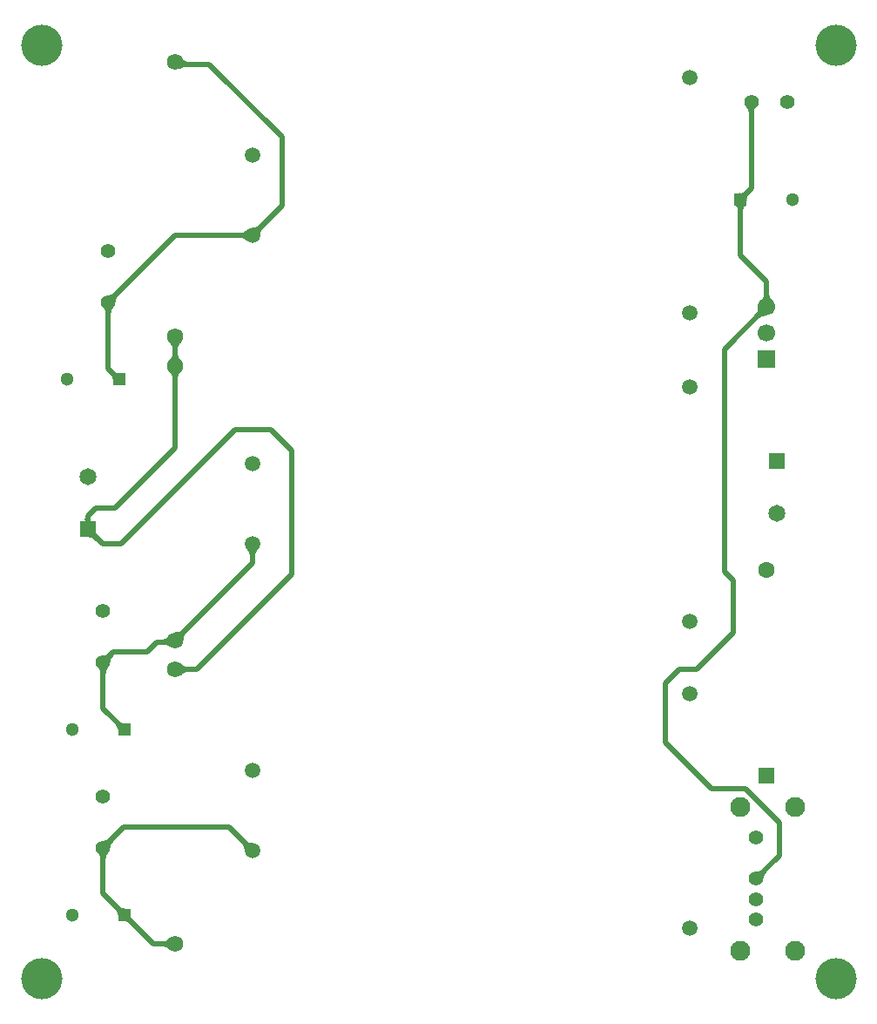
<source format=gtl>
G04*
G04 #@! TF.GenerationSoftware,Altium Limited,Altium Designer,23.4.1 (23)*
G04*
G04 Layer_Physical_Order=1*
G04 Layer_Color=255*
%FSLAX44Y44*%
%MOMM*%
G71*
G04*
G04 #@! TF.SameCoordinates,962042ED-4943-4C1F-BA74-C7D69658BEBC*
G04*
G04*
G04 #@! TF.FilePolarity,Positive*
G04*
G01*
G75*
%ADD23C,1.3000*%
%ADD24R,1.3000X1.3000*%
%ADD27C,1.6000*%
%ADD28R,1.6000X1.6000*%
%ADD29C,0.5080*%
%ADD30C,1.5000*%
%ADD31C,4.0000*%
%ADD32C,1.9500*%
%ADD33C,1.4000*%
%ADD34R,1.7000X1.7000*%
%ADD35C,1.7000*%
%ADD36C,1.5900*%
%ADD37R,1.6500X1.6500*%
%ADD38C,1.6500*%
G36*
X82932Y465670D02*
X82788Y465203D01*
Y464664D01*
X82932Y464053D01*
X83219Y463371D01*
X83651Y462616D01*
X84225Y461790D01*
X84944Y460892D01*
X86812Y458881D01*
X83219Y455288D01*
X82178Y456294D01*
X80310Y457875D01*
X79484Y458449D01*
X78729Y458881D01*
X78047Y459168D01*
X77436Y459312D01*
X76897D01*
X76431Y459168D01*
X76035Y458881D01*
X83219Y466065D01*
X82932Y465670D01*
D02*
G37*
G36*
X239735Y446604D02*
X239274Y446046D01*
X238868Y445470D01*
X238516Y444877D01*
X238218Y444266D01*
X237974Y443637D01*
X237784Y442990D01*
X237648Y442326D01*
X237567Y441643D01*
X237540Y440943D01*
X232460D01*
X232433Y441643D01*
X232352Y442326D01*
X232216Y442990D01*
X232026Y443637D01*
X231782Y444266D01*
X231484Y444877D01*
X231132Y445470D01*
X230726Y446046D01*
X230265Y446604D01*
X229750Y447144D01*
X240250D01*
X239735Y446604D01*
D02*
G37*
G36*
X170496Y365984D02*
X170004Y365449D01*
X169566Y364882D01*
X169179Y364282D01*
X168846Y363649D01*
X168565Y362983D01*
X168337Y362285D01*
X168161Y361553D01*
X168038Y360788D01*
X167967Y359990D01*
X167950Y359160D01*
X160079Y367030D01*
X160910Y367047D01*
X161708Y367118D01*
X162473Y367241D01*
X163204Y367417D01*
X163903Y367645D01*
X164569Y367926D01*
X165202Y368260D01*
X165802Y368646D01*
X166369Y369084D01*
X166904Y369576D01*
X170496Y365984D01*
D02*
G37*
G36*
X155542Y352498D02*
X154816Y352966D01*
X153375Y353753D01*
X152659Y354074D01*
X151946Y354344D01*
X151237Y354566D01*
X150531Y354738D01*
X149827Y354861D01*
X149128Y354935D01*
X148431Y354960D01*
X147338Y360040D01*
X148084Y360074D01*
X148797Y360175D01*
X149477Y360343D01*
X150125Y360578D01*
X150741Y360881D01*
X151323Y361252D01*
X151874Y361689D01*
X152392Y362194D01*
X152877Y362766D01*
X153330Y363406D01*
X155542Y352498D01*
D02*
G37*
G36*
X99378Y343286D02*
X98920Y342795D01*
X98511Y342286D01*
X98151Y341759D01*
X97840Y341214D01*
X97578Y340651D01*
X97364Y340071D01*
X97200Y339472D01*
X97084Y338856D01*
X97017Y338222D01*
X97000Y337570D01*
X90070Y344500D01*
X90722Y344518D01*
X91356Y344584D01*
X91972Y344700D01*
X92571Y344864D01*
X93151Y345078D01*
X93714Y345340D01*
X94259Y345651D01*
X94786Y346011D01*
X95295Y346420D01*
X95786Y346878D01*
X99378Y343286D01*
D02*
G37*
G36*
X94452Y332027D02*
X94050Y331532D01*
X93696Y331014D01*
X93390Y330475D01*
X93130Y329913D01*
X92918Y329330D01*
X92752Y328725D01*
X92634Y328097D01*
X92564Y327448D01*
X92540Y326777D01*
X87460D01*
X87436Y327448D01*
X87366Y328097D01*
X87248Y328725D01*
X87082Y329330D01*
X86870Y329913D01*
X86610Y330475D01*
X86304Y331014D01*
X85950Y331532D01*
X85548Y332027D01*
X85100Y332501D01*
X94900D01*
X94452Y332027D01*
D02*
G37*
G36*
X166277Y335910D02*
X166891Y335396D01*
X167519Y334942D01*
X168161Y334549D01*
X168816Y334216D01*
X169486Y333944D01*
X170169Y333732D01*
X170867Y333581D01*
X171578Y333490D01*
X172303Y333460D01*
Y328380D01*
X171578Y328350D01*
X170867Y328259D01*
X170169Y328108D01*
X169486Y327896D01*
X168816Y327624D01*
X168161Y327291D01*
X167519Y326898D01*
X166891Y326444D01*
X166277Y325930D01*
X165677Y325355D01*
Y336485D01*
X166277Y335910D01*
D02*
G37*
G36*
X104975Y281553D02*
X106847Y279966D01*
X107674Y279388D01*
X108428Y278954D01*
X109110Y278664D01*
X109720Y278517D01*
X110258Y278514D01*
X110722Y278655D01*
X111115Y278939D01*
X103961Y271785D01*
X104245Y272178D01*
X104386Y272642D01*
X104383Y273180D01*
X104236Y273790D01*
X103946Y274472D01*
X103512Y275226D01*
X102934Y276054D01*
X102212Y276953D01*
X100338Y278969D01*
X103931Y282562D01*
X104975Y281553D01*
D02*
G37*
G36*
X99378Y163286D02*
X98920Y162795D01*
X98511Y162286D01*
X98151Y161759D01*
X97840Y161214D01*
X97578Y160651D01*
X97364Y160071D01*
X97200Y159472D01*
X97084Y158856D01*
X97017Y158222D01*
X97000Y157570D01*
X90070Y164500D01*
X90722Y164517D01*
X91356Y164584D01*
X91972Y164700D01*
X92571Y164864D01*
X93151Y165078D01*
X93714Y165340D01*
X94259Y165651D01*
X94786Y166011D01*
X95295Y166420D01*
X95786Y166878D01*
X99378Y163286D01*
D02*
G37*
G36*
X229138Y163992D02*
X229678Y163567D01*
X230244Y163193D01*
X230835Y162870D01*
X231453Y162598D01*
X232096Y162376D01*
X232764Y162206D01*
X233459Y162086D01*
X234179Y162017D01*
X234925Y162000D01*
X227500Y154575D01*
X227482Y155321D01*
X227414Y156041D01*
X227294Y156736D01*
X227124Y157404D01*
X226902Y158048D01*
X226630Y158665D01*
X226307Y159256D01*
X225933Y159822D01*
X225508Y160362D01*
X225032Y160876D01*
X228624Y164468D01*
X229138Y163992D01*
D02*
G37*
G36*
X94452Y152027D02*
X94050Y151532D01*
X93696Y151014D01*
X93390Y150475D01*
X93130Y149913D01*
X92918Y149330D01*
X92752Y148725D01*
X92634Y148097D01*
X92564Y147448D01*
X92540Y146777D01*
X87460D01*
X87436Y147448D01*
X87366Y148097D01*
X87248Y148725D01*
X87082Y149330D01*
X86870Y149913D01*
X86610Y150475D01*
X86304Y151014D01*
X85950Y151532D01*
X85548Y152027D01*
X85100Y152501D01*
X94900D01*
X94452Y152027D01*
D02*
G37*
G36*
X734378Y133286D02*
X733920Y132795D01*
X733511Y132286D01*
X733151Y131759D01*
X732840Y131214D01*
X732578Y130651D01*
X732364Y130071D01*
X732200Y129472D01*
X732084Y128856D01*
X732018Y128222D01*
X732000Y127570D01*
X725070Y134500D01*
X725722Y134517D01*
X726356Y134584D01*
X726972Y134700D01*
X727571Y134864D01*
X728151Y135078D01*
X728714Y135340D01*
X729259Y135651D01*
X729786Y136011D01*
X730295Y136420D01*
X730786Y136878D01*
X734378Y133286D01*
D02*
G37*
G36*
X104975Y101553D02*
X106847Y99966D01*
X107674Y99388D01*
X108428Y98954D01*
X109110Y98664D01*
X109720Y98517D01*
X110258Y98514D01*
X110722Y98655D01*
X111115Y98939D01*
X103961Y91785D01*
X104245Y92178D01*
X104386Y92642D01*
X104383Y93180D01*
X104236Y93790D01*
X103946Y94472D01*
X103512Y95226D01*
X102934Y96053D01*
X102212Y96953D01*
X100338Y98969D01*
X103931Y102562D01*
X104975Y101553D01*
D02*
G37*
G36*
X116582Y92820D02*
X116438Y92353D01*
Y91814D01*
X116582Y91203D01*
X116869Y90521D01*
X117301Y89766D01*
X117875Y88940D01*
X118594Y88042D01*
X120462Y86031D01*
X116869Y82438D01*
X115828Y83444D01*
X113960Y85025D01*
X113134Y85599D01*
X112379Y86031D01*
X111697Y86318D01*
X111086Y86461D01*
X110547D01*
X110080Y86318D01*
X109685Y86031D01*
X116869Y93215D01*
X116582Y92820D01*
D02*
G37*
G36*
X154323Y58515D02*
X153723Y59090D01*
X153109Y59604D01*
X152481Y60058D01*
X151839Y60451D01*
X151184Y60784D01*
X150514Y61056D01*
X149831Y61268D01*
X149133Y61419D01*
X148422Y61510D01*
X147697Y61540D01*
Y66620D01*
X148422Y66650D01*
X149133Y66741D01*
X149831Y66892D01*
X150514Y67104D01*
X151184Y67376D01*
X151839Y67709D01*
X152481Y68102D01*
X153109Y68556D01*
X153723Y69070D01*
X154323Y69645D01*
Y58515D01*
D02*
G37*
G36*
X162570Y637498D02*
X162661Y636787D01*
X162812Y636090D01*
X163024Y635406D01*
X163296Y634736D01*
X163629Y634081D01*
X164022Y633439D01*
X164476Y632811D01*
X164990Y632197D01*
X165565Y631597D01*
X154435D01*
X155010Y632197D01*
X155524Y632811D01*
X155978Y633439D01*
X156371Y634081D01*
X156704Y634736D01*
X156976Y635406D01*
X157188Y636090D01*
X157339Y636787D01*
X157430Y637498D01*
X157460Y638223D01*
X162540D01*
X162570Y637498D01*
D02*
G37*
G36*
X164990Y619643D02*
X164476Y619029D01*
X164022Y618401D01*
X163629Y617759D01*
X163296Y617104D01*
X163024Y616434D01*
X162812Y615751D01*
X162661Y615053D01*
X162570Y614342D01*
X162540Y613617D01*
X157460D01*
X157430Y614342D01*
X157339Y615053D01*
X157188Y615751D01*
X156976Y616434D01*
X156704Y617104D01*
X156371Y617759D01*
X155978Y618401D01*
X155524Y619029D01*
X155010Y619643D01*
X154435Y620243D01*
X165565D01*
X164990Y619643D01*
D02*
G37*
G36*
X99975Y621553D02*
X101847Y619966D01*
X102674Y619388D01*
X103428Y618954D01*
X104110Y618664D01*
X104720Y618517D01*
X105258Y618514D01*
X105722Y618655D01*
X106115Y618939D01*
X98961Y611785D01*
X99245Y612178D01*
X99386Y612643D01*
X99383Y613180D01*
X99236Y613790D01*
X98946Y614472D01*
X98512Y615226D01*
X97934Y616054D01*
X97212Y616953D01*
X95338Y618969D01*
X98931Y622562D01*
X99975Y621553D01*
D02*
G37*
G36*
X77561Y479105D02*
X77626Y478304D01*
X77733Y477597D01*
X77882Y476985D01*
X78075Y476467D01*
X78311Y476043D01*
X78589Y475713D01*
X78910Y475477D01*
X79274Y475336D01*
X79681Y475289D01*
X70319D01*
X70726Y475336D01*
X71090Y475477D01*
X71411Y475713D01*
X71689Y476043D01*
X71925Y476467D01*
X72118Y476985D01*
X72267Y477597D01*
X72374Y478304D01*
X72439Y479105D01*
X72460Y480000D01*
X77540D01*
X77561Y479105D01*
D02*
G37*
G36*
X92460Y676777D02*
X92436Y677448D01*
X92366Y678097D01*
X92248Y678725D01*
X92082Y679330D01*
X91870Y679913D01*
X91610Y680475D01*
X91304Y681014D01*
X90950Y681532D01*
X90548Y682027D01*
X90100Y682501D01*
X99900D01*
X99452Y682027D01*
X99050Y681532D01*
X98696Y681014D01*
X98390Y680475D01*
X98130Y679913D01*
X97918Y679330D01*
X97752Y678725D01*
X97634Y678097D01*
X97564Y677448D01*
X97540Y676777D01*
X92460D01*
D02*
G37*
G36*
X157460Y641777D02*
X157430Y642502D01*
X157339Y643213D01*
X157188Y643911D01*
X156976Y644594D01*
X156704Y645264D01*
X156371Y645919D01*
X155978Y646561D01*
X155524Y647189D01*
X155010Y647803D01*
X154435Y648403D01*
X165565D01*
X164990Y647803D01*
X164476Y647189D01*
X164022Y646561D01*
X163629Y645919D01*
X163296Y645264D01*
X163024Y644594D01*
X162812Y643911D01*
X162661Y643213D01*
X162570Y642502D01*
X162540Y641777D01*
X157460D01*
D02*
G37*
G36*
X104378Y693286D02*
X103920Y692795D01*
X103511Y692286D01*
X103151Y691759D01*
X102840Y691214D01*
X102578Y690651D01*
X102364Y690071D01*
X102200Y689472D01*
X102084Y688856D01*
X102017Y688222D01*
X102000Y687570D01*
X95070Y694500D01*
X95722Y694518D01*
X96356Y694584D01*
X96972Y694700D01*
X97571Y694864D01*
X98151Y695078D01*
X98714Y695340D01*
X99259Y695651D01*
X99786Y696011D01*
X100295Y696420D01*
X100786Y696878D01*
X104378Y693286D01*
D02*
G37*
G36*
X171247Y916310D02*
X170561Y916287D01*
X169868Y916220D01*
X169167Y916108D01*
X168457Y915951D01*
X167740Y915749D01*
X167015Y915503D01*
X165539Y914875D01*
X164790Y914494D01*
X164032Y914069D01*
X166931Y924815D01*
X167335Y924164D01*
X167778Y923582D01*
X168259Y923068D01*
X168778Y922623D01*
X169337Y922246D01*
X169934Y921938D01*
X170569Y921698D01*
X171243Y921527D01*
X171955Y921424D01*
X172706Y921390D01*
X171247Y916310D01*
D02*
G37*
G36*
X724452Y877027D02*
X724050Y876532D01*
X723696Y876014D01*
X723390Y875475D01*
X723130Y874913D01*
X722918Y874330D01*
X722752Y873725D01*
X722634Y873097D01*
X722564Y872448D01*
X722540Y871777D01*
X717460D01*
X717436Y872448D01*
X717366Y873097D01*
X717248Y873725D01*
X717082Y874330D01*
X716870Y874913D01*
X716610Y875475D01*
X716304Y876014D01*
X715950Y876532D01*
X715548Y877027D01*
X715100Y877501D01*
X724900D01*
X724452Y877027D01*
D02*
G37*
G36*
X719662Y793969D02*
X718653Y792925D01*
X717066Y791053D01*
X716488Y790226D01*
X716054Y789472D01*
X715764Y788790D01*
X715617Y788180D01*
X715614Y787643D01*
X715755Y787178D01*
X716039Y786785D01*
X708885Y793939D01*
X709278Y793655D01*
X709743Y793514D01*
X710280Y793517D01*
X710890Y793664D01*
X711572Y793954D01*
X712326Y794388D01*
X713154Y794966D01*
X714053Y795688D01*
X716069Y797562D01*
X719662Y793969D01*
D02*
G37*
G36*
X714197Y780980D02*
X713766Y780827D01*
X713385Y780573D01*
X713054Y780218D01*
X712775Y779761D01*
X712546Y779202D01*
X712369Y778541D01*
X712242Y777779D01*
X712165Y776916D01*
X712140Y775950D01*
X707060D01*
X707035Y776916D01*
X706958Y777779D01*
X706831Y778541D01*
X706654Y779202D01*
X706425Y779761D01*
X706146Y780218D01*
X705815Y780573D01*
X705434Y780827D01*
X705003Y780980D01*
X704520Y781031D01*
X714680D01*
X714197Y780980D01*
D02*
G37*
G36*
X244968Y758876D02*
X244492Y758362D01*
X244067Y757822D01*
X243693Y757256D01*
X243370Y756665D01*
X243098Y756048D01*
X242876Y755405D01*
X242706Y754736D01*
X242586Y754041D01*
X242518Y753321D01*
X242500Y752575D01*
X235075Y760000D01*
X235821Y760017D01*
X236541Y760086D01*
X237236Y760206D01*
X237905Y760376D01*
X238547Y760598D01*
X239165Y760870D01*
X239756Y761193D01*
X240322Y761567D01*
X240862Y761992D01*
X241376Y762468D01*
X244968Y758876D01*
D02*
G37*
G36*
X229644Y747250D02*
X229104Y747765D01*
X228546Y748226D01*
X227970Y748632D01*
X227377Y748984D01*
X226766Y749283D01*
X226137Y749526D01*
X225490Y749716D01*
X224825Y749852D01*
X224143Y749933D01*
X223443Y749960D01*
Y755040D01*
X224143Y755067D01*
X224825Y755148D01*
X225490Y755284D01*
X226137Y755474D01*
X226766Y755717D01*
X227377Y756016D01*
X227970Y756368D01*
X228546Y756774D01*
X229104Y757235D01*
X229644Y757750D01*
Y747250D01*
D02*
G37*
G36*
X737574Y695356D02*
X737676Y694610D01*
X737847Y693873D01*
X738086Y693146D01*
X738392Y692427D01*
X738768Y691717D01*
X739211Y691017D01*
X739722Y690325D01*
X740302Y689643D01*
X740950Y688970D01*
X729050D01*
X729698Y689643D01*
X730278Y690325D01*
X730789Y691017D01*
X731232Y691717D01*
X731608Y692427D01*
X731914Y693146D01*
X732153Y693873D01*
X732324Y694610D01*
X732426Y695356D01*
X732460Y696112D01*
X737540D01*
X737574Y695356D01*
D02*
G37*
G36*
X734915Y674400D02*
X733981Y674383D01*
X733089Y674310D01*
X732238Y674183D01*
X731429Y674001D01*
X730662Y673765D01*
X729937Y673474D01*
X729254Y673128D01*
X728612Y672727D01*
X728012Y672272D01*
X727454Y671762D01*
X723862Y675354D01*
X724372Y675912D01*
X724827Y676512D01*
X725228Y677154D01*
X725574Y677837D01*
X725865Y678562D01*
X726101Y679329D01*
X726283Y680138D01*
X726410Y680989D01*
X726483Y681881D01*
X726500Y682815D01*
X734915Y674400D01*
D02*
G37*
D23*
X54600Y612500D02*
D03*
X59600Y272500D02*
D03*
Y92500D02*
D03*
X760400Y787500D02*
D03*
D24*
X105400Y612500D02*
D03*
X110400Y272500D02*
D03*
Y92500D02*
D03*
X709600Y787500D02*
D03*
D27*
X735000Y427230D02*
D03*
D28*
Y227770D02*
D03*
D29*
X693920Y641820D02*
X735000Y682900D01*
X693920Y426080D02*
Y641820D01*
X735000Y682900D02*
Y707500D01*
X747500Y150000D02*
Y181548D01*
X636580Y260165D02*
Y317201D01*
X709600Y787500D02*
X720000Y797900D01*
X636580Y317201D02*
X650299Y330920D01*
X666665D02*
X702420Y366675D01*
X650299Y330920D02*
X666665D01*
X720000Y797900D02*
Y882500D01*
X693920Y426080D02*
X702420Y417580D01*
X725000Y127500D02*
X747500Y150000D01*
X709600Y732900D02*
X735000Y707500D01*
X702420Y366675D02*
Y417580D01*
X714048Y215000D02*
X747500Y181548D01*
X636580Y260165D02*
X681745Y215000D01*
X714048D01*
X709600Y732900D02*
Y787500D01*
X235000Y434080D02*
Y452500D01*
X158420Y357500D02*
X235000Y434080D01*
X132500Y347500D02*
X142500Y357500D01*
X158420D01*
X90000Y337500D02*
X100000Y347500D01*
X132500D01*
X90000Y292900D02*
Y337500D01*
Y292900D02*
X110400Y272500D01*
X95000Y622900D02*
X105400Y612500D01*
X95000Y622900D02*
Y687500D01*
X160000Y752500D01*
X235000D01*
X264000Y781500D01*
Y848000D01*
X193150Y918850D02*
X264000Y848000D01*
X162070Y918850D02*
X193150D01*
X138820Y64080D02*
X160000D01*
X110400Y92500D02*
X138820Y64080D01*
X90000Y112900D02*
X110400Y92500D01*
X90000Y112900D02*
Y157500D01*
X110000Y177500D01*
X212000D01*
X235000Y154500D01*
X273000Y423000D02*
Y543000D01*
X160000Y330920D02*
X180920D01*
X273000Y423000D01*
X75000Y467100D02*
X89600Y452500D01*
X82500Y487500D02*
X101500D01*
X160000Y625920D02*
Y654080D01*
Y546000D02*
Y625920D01*
X218543Y563395D02*
X252605D01*
X107648Y452500D02*
X218543Y563395D01*
X101500Y487500D02*
X160000Y546000D01*
X89600Y452500D02*
X107648D01*
X75000Y480000D02*
X82500Y487500D01*
X252605Y563395D02*
X273000Y543000D01*
X75000Y467100D02*
Y480000D01*
D30*
X660000Y677500D02*
D03*
Y905500D02*
D03*
X235000Y752500D02*
D03*
Y830500D02*
D03*
Y530500D02*
D03*
Y452500D02*
D03*
X660000Y605500D02*
D03*
Y377500D02*
D03*
X235000Y232500D02*
D03*
Y154500D02*
D03*
X660000Y307500D02*
D03*
Y79500D02*
D03*
D31*
X802500Y30000D02*
D03*
X30000Y937500D02*
D03*
Y30000D02*
D03*
X802500Y937500D02*
D03*
D32*
X762500Y197500D02*
D03*
X709500D02*
D03*
Y57500D02*
D03*
X762500D02*
D03*
D33*
X725000Y167500D02*
D03*
Y127500D02*
D03*
Y107500D02*
D03*
Y87500D02*
D03*
X720000Y882500D02*
D03*
X755000D02*
D03*
X95000Y687500D02*
D03*
Y737500D02*
D03*
X90000Y337500D02*
D03*
Y387500D02*
D03*
Y157500D02*
D03*
Y207500D02*
D03*
D34*
X735000Y632100D02*
D03*
D35*
Y657500D02*
D03*
Y682900D02*
D03*
D36*
X160000Y330920D02*
D03*
Y64080D02*
D03*
Y625920D02*
D03*
Y359080D02*
D03*
Y654080D02*
D03*
Y920920D02*
D03*
D37*
X75000Y467100D02*
D03*
X745000Y532900D02*
D03*
D38*
X75000Y517900D02*
D03*
X745000Y482100D02*
D03*
M02*

</source>
